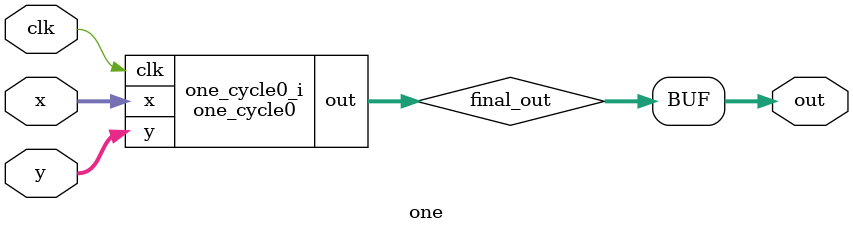
<source format=sv>
module one_cycle0(
  input wire clk,
  input wire [31:0] x,
  input wire [31:0] y,
  output wire [31:0] out
);
  // ===== Pipe stage 0:

  // Registers for pipe stage 0:
  reg [31:0] p0_x;
  reg [31:0] p0_y;
  always_ff @ (posedge clk) begin
    p0_x <= x;
    p0_y <= y;
  end

  // ===== Pipe stage 1:
  wire [31:0] p1_add_10_comb;
  assign p1_add_10_comb = p0_x + p0_y;

  // Registers for pipe stage 1:
  reg [31:0] p1_add_10;
  always_ff @ (posedge clk) begin
    p1_add_10 <= p1_add_10_comb;
  end
  assign out = p1_add_10;
endmodule
module one(
  input wire clk,
  input wire [31:0] x,
  input wire [31:0] y,
  output wire [31:0] out
);
  wire [31:0] final_out;
  one_cycle0 one_cycle0_i (
    .clk(clk),
    .x(x),
    .y(y),
    .out(final_out)
  );
  assign out = final_out;
endmodule

</source>
